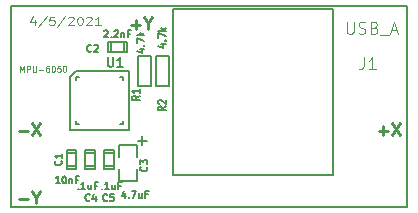
<source format=gto>
G04 #@! TF.GenerationSoftware,KiCad,Pcbnew,5.1.9-73d0e3b20d~88~ubuntu18.04.1*
G04 #@! TF.CreationDate,2021-04-05T21:15:54-07:00*
G04 #@! TF.ProjectId,accelgyro_mpu6050_d2r3,61636365-6c67-4797-926f-5f6d70753630,rev?*
G04 #@! TF.SameCoordinates,Original*
G04 #@! TF.FileFunction,Legend,Top*
G04 #@! TF.FilePolarity,Positive*
%FSLAX46Y46*%
G04 Gerber Fmt 4.6, Leading zero omitted, Abs format (unit mm)*
G04 Created by KiCad (PCBNEW 5.1.9-73d0e3b20d~88~ubuntu18.04.1) date 2021-04-05 21:15:54*
%MOMM*%
%LPD*%
G01*
G04 APERTURE LIST*
%ADD10C,0.250000*%
%ADD11C,0.200000*%
%ADD12C,0.125000*%
%ADD13C,0.127000*%
%ADD14C,0.149860*%
%ADD15C,0.200660*%
%ADD16C,0.150000*%
%ADD17C,0.099060*%
G04 APERTURE END LIST*
D10*
X145690476Y-93571428D02*
X146452380Y-93571428D01*
X146071428Y-93952380D02*
X146071428Y-93190476D01*
X147119047Y-93476190D02*
X147119047Y-93952380D01*
X146785714Y-92952380D02*
X147119047Y-93476190D01*
X147452380Y-92952380D01*
D11*
X169000000Y-92000000D02*
X135500000Y-92000000D01*
X169000000Y-109000000D02*
X169000000Y-92000000D01*
X135500000Y-109000000D02*
X169000000Y-109000000D01*
X135500000Y-92000000D02*
X135500000Y-109000000D01*
D12*
X137509523Y-93150000D02*
X137509523Y-93616666D01*
X137319047Y-92883333D02*
X137128571Y-93383333D01*
X137623809Y-93383333D01*
X138500000Y-92883333D02*
X137814285Y-93783333D01*
X139147619Y-92916666D02*
X138766666Y-92916666D01*
X138728571Y-93250000D01*
X138766666Y-93216666D01*
X138842857Y-93183333D01*
X139033333Y-93183333D01*
X139109523Y-93216666D01*
X139147619Y-93250000D01*
X139185714Y-93316666D01*
X139185714Y-93483333D01*
X139147619Y-93550000D01*
X139109523Y-93583333D01*
X139033333Y-93616666D01*
X138842857Y-93616666D01*
X138766666Y-93583333D01*
X138728571Y-93550000D01*
X140100000Y-92883333D02*
X139414285Y-93783333D01*
X140328571Y-92983333D02*
X140366666Y-92950000D01*
X140442857Y-92916666D01*
X140633333Y-92916666D01*
X140709523Y-92950000D01*
X140747619Y-92983333D01*
X140785714Y-93050000D01*
X140785714Y-93116666D01*
X140747619Y-93216666D01*
X140290476Y-93616666D01*
X140785714Y-93616666D01*
X141280952Y-92916666D02*
X141357142Y-92916666D01*
X141433333Y-92950000D01*
X141471428Y-92983333D01*
X141509523Y-93050000D01*
X141547619Y-93183333D01*
X141547619Y-93350000D01*
X141509523Y-93483333D01*
X141471428Y-93550000D01*
X141433333Y-93583333D01*
X141357142Y-93616666D01*
X141280952Y-93616666D01*
X141204761Y-93583333D01*
X141166666Y-93550000D01*
X141128571Y-93483333D01*
X141090476Y-93350000D01*
X141090476Y-93183333D01*
X141128571Y-93050000D01*
X141166666Y-92983333D01*
X141204761Y-92950000D01*
X141280952Y-92916666D01*
X141852380Y-92983333D02*
X141890476Y-92950000D01*
X141966666Y-92916666D01*
X142157142Y-92916666D01*
X142233333Y-92950000D01*
X142271428Y-92983333D01*
X142309523Y-93050000D01*
X142309523Y-93116666D01*
X142271428Y-93216666D01*
X141814285Y-93616666D01*
X142309523Y-93616666D01*
X143071428Y-93616666D02*
X142614285Y-93616666D01*
X142842857Y-93616666D02*
X142842857Y-92916666D01*
X142766666Y-93016666D01*
X142690476Y-93083333D01*
X142614285Y-93116666D01*
D10*
X136142857Y-102571428D02*
X136904761Y-102571428D01*
X137285714Y-101952380D02*
X137952380Y-102952380D01*
X137952380Y-101952380D02*
X137285714Y-102952380D01*
X166642857Y-102571428D02*
X167404761Y-102571428D01*
X167023809Y-102952380D02*
X167023809Y-102190476D01*
X167785714Y-101952380D02*
X168452380Y-102952380D01*
X168452380Y-101952380D02*
X167785714Y-102952380D01*
X136190476Y-108321428D02*
X136952380Y-108321428D01*
X137619047Y-108226190D02*
X137619047Y-108702380D01*
X137285714Y-107702380D02*
X137619047Y-108226190D01*
X137952380Y-107702380D01*
D13*
X140193600Y-105558800D02*
X141006400Y-105558800D01*
X140981000Y-104441200D02*
X140193600Y-104441200D01*
X141006400Y-104187200D02*
X141006400Y-105812800D01*
X141006400Y-105812800D02*
X140193600Y-105812800D01*
X140193600Y-105812800D02*
X140193600Y-104187200D01*
X140193600Y-104187200D02*
X141006400Y-104187200D01*
X145058800Y-95906400D02*
X145058800Y-95093600D01*
X143941200Y-95119000D02*
X143941200Y-95906400D01*
X143687200Y-95093600D02*
X145312800Y-95093600D01*
X145312800Y-95093600D02*
X145312800Y-95906400D01*
X145312800Y-95906400D02*
X143687200Y-95906400D01*
X143687200Y-95906400D02*
X143687200Y-95093600D01*
X141793600Y-105558800D02*
X142606400Y-105558800D01*
X142581000Y-104441200D02*
X141793600Y-104441200D01*
X142606400Y-104187200D02*
X142606400Y-105812800D01*
X142606400Y-105812800D02*
X141793600Y-105812800D01*
X141793600Y-105812800D02*
X141793600Y-104187200D01*
X141793600Y-104187200D02*
X142606400Y-104187200D01*
X143393600Y-105558800D02*
X144206400Y-105558800D01*
X144181000Y-104441200D02*
X143393600Y-104441200D01*
X144206400Y-104187200D02*
X144206400Y-105812800D01*
X144206400Y-105812800D02*
X143393600Y-105812800D01*
X143393600Y-105812800D02*
X143393600Y-104187200D01*
X143393600Y-104187200D02*
X144206400Y-104187200D01*
D14*
X141008640Y-97510800D02*
X145489200Y-97510800D01*
X140510800Y-98008640D02*
X140510800Y-102489200D01*
X140510800Y-98008640D02*
X141008640Y-97510800D01*
D15*
X141008640Y-98257560D02*
X141008640Y-98008640D01*
X141008640Y-98008640D02*
X141257560Y-98008640D01*
X141257560Y-101991360D02*
X141008640Y-101991360D01*
X141008640Y-101991360D02*
X141008640Y-101742440D01*
X144991360Y-101742440D02*
X144991360Y-101991360D01*
X144991360Y-101991360D02*
X144742440Y-101991360D01*
X144742440Y-98008640D02*
X144991360Y-98008640D01*
X144991360Y-98008640D02*
X144991360Y-98257560D01*
D14*
X145489200Y-102489200D02*
X140510800Y-102489200D01*
X145489200Y-97510800D02*
X145489200Y-102489200D01*
D13*
X144638000Y-104792000D02*
X144638000Y-103776000D01*
X144638000Y-103776000D02*
X146162000Y-103776000D01*
X146162000Y-103776000D02*
X146162000Y-104792000D01*
X146162000Y-105808000D02*
X146162000Y-106824000D01*
X146162000Y-106824000D02*
X144638000Y-106824000D01*
X144638000Y-106824000D02*
X144638000Y-105808000D01*
X146242000Y-98806000D02*
X147382000Y-98806000D01*
X146242000Y-96266000D02*
X147382000Y-96266000D01*
X146242000Y-98786000D02*
X146242000Y-96286000D01*
X147382000Y-96286000D02*
X147382000Y-98786000D01*
X148906000Y-96286000D02*
X148906000Y-98786000D01*
X147766000Y-98786000D02*
X147766000Y-96286000D01*
X147766000Y-96266000D02*
X148906000Y-96266000D01*
X147766000Y-98806000D02*
X148906000Y-98806000D01*
X162775000Y-106330000D02*
X162775000Y-92270000D01*
X149225000Y-92270000D02*
X162775000Y-92270000D01*
X149225000Y-106330000D02*
X149225000Y-92270000D01*
X162775000Y-106330000D02*
X149225000Y-106330000D01*
D16*
X139714285Y-105100000D02*
X139742857Y-105128571D01*
X139771428Y-105214285D01*
X139771428Y-105271428D01*
X139742857Y-105357142D01*
X139685714Y-105414285D01*
X139628571Y-105442857D01*
X139514285Y-105471428D01*
X139428571Y-105471428D01*
X139314285Y-105442857D01*
X139257142Y-105414285D01*
X139200000Y-105357142D01*
X139171428Y-105271428D01*
X139171428Y-105214285D01*
X139200000Y-105128571D01*
X139228571Y-105100000D01*
X139771428Y-104528571D02*
X139771428Y-104871428D01*
X139771428Y-104700000D02*
X139171428Y-104700000D01*
X139257142Y-104757142D01*
X139314285Y-104814285D01*
X139342857Y-104871428D01*
X139607142Y-107021428D02*
X139264285Y-107021428D01*
X139435714Y-107021428D02*
X139435714Y-106421428D01*
X139378571Y-106507142D01*
X139321428Y-106564285D01*
X139264285Y-106592857D01*
X139978571Y-106421428D02*
X140035714Y-106421428D01*
X140092857Y-106450000D01*
X140121428Y-106478571D01*
X140150000Y-106535714D01*
X140178571Y-106650000D01*
X140178571Y-106792857D01*
X140150000Y-106907142D01*
X140121428Y-106964285D01*
X140092857Y-106992857D01*
X140035714Y-107021428D01*
X139978571Y-107021428D01*
X139921428Y-106992857D01*
X139892857Y-106964285D01*
X139864285Y-106907142D01*
X139835714Y-106792857D01*
X139835714Y-106650000D01*
X139864285Y-106535714D01*
X139892857Y-106478571D01*
X139921428Y-106450000D01*
X139978571Y-106421428D01*
X140435714Y-106621428D02*
X140435714Y-107021428D01*
X140435714Y-106678571D02*
X140464285Y-106650000D01*
X140521428Y-106621428D01*
X140607142Y-106621428D01*
X140664285Y-106650000D01*
X140692857Y-106707142D01*
X140692857Y-107021428D01*
X141178571Y-106707142D02*
X140978571Y-106707142D01*
X140978571Y-107021428D02*
X140978571Y-106421428D01*
X141264285Y-106421428D01*
X142300000Y-95814285D02*
X142271428Y-95842857D01*
X142185714Y-95871428D01*
X142128571Y-95871428D01*
X142042857Y-95842857D01*
X141985714Y-95785714D01*
X141957142Y-95728571D01*
X141928571Y-95614285D01*
X141928571Y-95528571D01*
X141957142Y-95414285D01*
X141985714Y-95357142D01*
X142042857Y-95300000D01*
X142128571Y-95271428D01*
X142185714Y-95271428D01*
X142271428Y-95300000D01*
X142300000Y-95328571D01*
X142528571Y-95328571D02*
X142557142Y-95300000D01*
X142614285Y-95271428D01*
X142757142Y-95271428D01*
X142814285Y-95300000D01*
X142842857Y-95328571D01*
X142871428Y-95385714D01*
X142871428Y-95442857D01*
X142842857Y-95528571D01*
X142500000Y-95871428D01*
X142871428Y-95871428D01*
X143371428Y-94128571D02*
X143400000Y-94100000D01*
X143457142Y-94071428D01*
X143600000Y-94071428D01*
X143657142Y-94100000D01*
X143685714Y-94128571D01*
X143714285Y-94185714D01*
X143714285Y-94242857D01*
X143685714Y-94328571D01*
X143342857Y-94671428D01*
X143714285Y-94671428D01*
X143971428Y-94614285D02*
X144000000Y-94642857D01*
X143971428Y-94671428D01*
X143942857Y-94642857D01*
X143971428Y-94614285D01*
X143971428Y-94671428D01*
X144228571Y-94128571D02*
X144257142Y-94100000D01*
X144314285Y-94071428D01*
X144457142Y-94071428D01*
X144514285Y-94100000D01*
X144542857Y-94128571D01*
X144571428Y-94185714D01*
X144571428Y-94242857D01*
X144542857Y-94328571D01*
X144200000Y-94671428D01*
X144571428Y-94671428D01*
X144828571Y-94271428D02*
X144828571Y-94671428D01*
X144828571Y-94328571D02*
X144857142Y-94300000D01*
X144914285Y-94271428D01*
X145000000Y-94271428D01*
X145057142Y-94300000D01*
X145085714Y-94357142D01*
X145085714Y-94671428D01*
X145571428Y-94357142D02*
X145371428Y-94357142D01*
X145371428Y-94671428D02*
X145371428Y-94071428D01*
X145657142Y-94071428D01*
X142150000Y-108464285D02*
X142121428Y-108492857D01*
X142035714Y-108521428D01*
X141978571Y-108521428D01*
X141892857Y-108492857D01*
X141835714Y-108435714D01*
X141807142Y-108378571D01*
X141778571Y-108264285D01*
X141778571Y-108178571D01*
X141807142Y-108064285D01*
X141835714Y-108007142D01*
X141892857Y-107950000D01*
X141978571Y-107921428D01*
X142035714Y-107921428D01*
X142121428Y-107950000D01*
X142150000Y-107978571D01*
X142664285Y-108121428D02*
X142664285Y-108521428D01*
X142521428Y-107892857D02*
X142378571Y-108321428D01*
X142750000Y-108321428D01*
X141185714Y-107464285D02*
X141214285Y-107492857D01*
X141185714Y-107521428D01*
X141157142Y-107492857D01*
X141185714Y-107464285D01*
X141185714Y-107521428D01*
X141785714Y-107521428D02*
X141442857Y-107521428D01*
X141614285Y-107521428D02*
X141614285Y-106921428D01*
X141557142Y-107007142D01*
X141500000Y-107064285D01*
X141442857Y-107092857D01*
X142300000Y-107121428D02*
X142300000Y-107521428D01*
X142042857Y-107121428D02*
X142042857Y-107435714D01*
X142071428Y-107492857D01*
X142128571Y-107521428D01*
X142214285Y-107521428D01*
X142271428Y-107492857D01*
X142300000Y-107464285D01*
X142785714Y-107207142D02*
X142585714Y-107207142D01*
X142585714Y-107521428D02*
X142585714Y-106921428D01*
X142871428Y-106921428D01*
X143650000Y-108464285D02*
X143621428Y-108492857D01*
X143535714Y-108521428D01*
X143478571Y-108521428D01*
X143392857Y-108492857D01*
X143335714Y-108435714D01*
X143307142Y-108378571D01*
X143278571Y-108264285D01*
X143278571Y-108178571D01*
X143307142Y-108064285D01*
X143335714Y-108007142D01*
X143392857Y-107950000D01*
X143478571Y-107921428D01*
X143535714Y-107921428D01*
X143621428Y-107950000D01*
X143650000Y-107978571D01*
X144192857Y-107921428D02*
X143907142Y-107921428D01*
X143878571Y-108207142D01*
X143907142Y-108178571D01*
X143964285Y-108150000D01*
X144107142Y-108150000D01*
X144164285Y-108178571D01*
X144192857Y-108207142D01*
X144221428Y-108264285D01*
X144221428Y-108407142D01*
X144192857Y-108464285D01*
X144164285Y-108492857D01*
X144107142Y-108521428D01*
X143964285Y-108521428D01*
X143907142Y-108492857D01*
X143878571Y-108464285D01*
X143185714Y-107464285D02*
X143214285Y-107492857D01*
X143185714Y-107521428D01*
X143157142Y-107492857D01*
X143185714Y-107464285D01*
X143185714Y-107521428D01*
X143785714Y-107521428D02*
X143442857Y-107521428D01*
X143614285Y-107521428D02*
X143614285Y-106921428D01*
X143557142Y-107007142D01*
X143500000Y-107064285D01*
X143442857Y-107092857D01*
X144300000Y-107121428D02*
X144300000Y-107521428D01*
X144042857Y-107121428D02*
X144042857Y-107435714D01*
X144071428Y-107492857D01*
X144128571Y-107521428D01*
X144214285Y-107521428D01*
X144271428Y-107492857D01*
X144300000Y-107464285D01*
X144785714Y-107207142D02*
X144585714Y-107207142D01*
X144585714Y-107521428D02*
X144585714Y-106921428D01*
X144871428Y-106921428D01*
D11*
X143690476Y-96361904D02*
X143690476Y-97009523D01*
X143728571Y-97085714D01*
X143766666Y-97123809D01*
X143842857Y-97161904D01*
X143995238Y-97161904D01*
X144071428Y-97123809D01*
X144109523Y-97085714D01*
X144147619Y-97009523D01*
X144147619Y-96361904D01*
X144947619Y-97161904D02*
X144490476Y-97161904D01*
X144719047Y-97161904D02*
X144719047Y-96361904D01*
X144642857Y-96476190D01*
X144566666Y-96552380D01*
X144490476Y-96590476D01*
D12*
X136259523Y-97576190D02*
X136259523Y-97076190D01*
X136426190Y-97433333D01*
X136592857Y-97076190D01*
X136592857Y-97576190D01*
X136830952Y-97576190D02*
X136830952Y-97076190D01*
X137021428Y-97076190D01*
X137069047Y-97100000D01*
X137092857Y-97123809D01*
X137116666Y-97171428D01*
X137116666Y-97242857D01*
X137092857Y-97290476D01*
X137069047Y-97314285D01*
X137021428Y-97338095D01*
X136830952Y-97338095D01*
X137330952Y-97076190D02*
X137330952Y-97480952D01*
X137354761Y-97528571D01*
X137378571Y-97552380D01*
X137426190Y-97576190D01*
X137521428Y-97576190D01*
X137569047Y-97552380D01*
X137592857Y-97528571D01*
X137616666Y-97480952D01*
X137616666Y-97076190D01*
X137854761Y-97385714D02*
X138235714Y-97385714D01*
X138688095Y-97076190D02*
X138592857Y-97076190D01*
X138545238Y-97100000D01*
X138521428Y-97123809D01*
X138473809Y-97195238D01*
X138450000Y-97290476D01*
X138450000Y-97480952D01*
X138473809Y-97528571D01*
X138497619Y-97552380D01*
X138545238Y-97576190D01*
X138640476Y-97576190D01*
X138688095Y-97552380D01*
X138711904Y-97528571D01*
X138735714Y-97480952D01*
X138735714Y-97361904D01*
X138711904Y-97314285D01*
X138688095Y-97290476D01*
X138640476Y-97266666D01*
X138545238Y-97266666D01*
X138497619Y-97290476D01*
X138473809Y-97314285D01*
X138450000Y-97361904D01*
X139045238Y-97076190D02*
X139092857Y-97076190D01*
X139140476Y-97100000D01*
X139164285Y-97123809D01*
X139188095Y-97171428D01*
X139211904Y-97266666D01*
X139211904Y-97385714D01*
X139188095Y-97480952D01*
X139164285Y-97528571D01*
X139140476Y-97552380D01*
X139092857Y-97576190D01*
X139045238Y-97576190D01*
X138997619Y-97552380D01*
X138973809Y-97528571D01*
X138950000Y-97480952D01*
X138926190Y-97385714D01*
X138926190Y-97266666D01*
X138950000Y-97171428D01*
X138973809Y-97123809D01*
X138997619Y-97100000D01*
X139045238Y-97076190D01*
X139664285Y-97076190D02*
X139426190Y-97076190D01*
X139402380Y-97314285D01*
X139426190Y-97290476D01*
X139473809Y-97266666D01*
X139592857Y-97266666D01*
X139640476Y-97290476D01*
X139664285Y-97314285D01*
X139688095Y-97361904D01*
X139688095Y-97480952D01*
X139664285Y-97528571D01*
X139640476Y-97552380D01*
X139592857Y-97576190D01*
X139473809Y-97576190D01*
X139426190Y-97552380D01*
X139402380Y-97528571D01*
X139997619Y-97076190D02*
X140045238Y-97076190D01*
X140092857Y-97100000D01*
X140116666Y-97123809D01*
X140140476Y-97171428D01*
X140164285Y-97266666D01*
X140164285Y-97385714D01*
X140140476Y-97480952D01*
X140116666Y-97528571D01*
X140092857Y-97552380D01*
X140045238Y-97576190D01*
X139997619Y-97576190D01*
X139950000Y-97552380D01*
X139926190Y-97528571D01*
X139902380Y-97480952D01*
X139878571Y-97385714D01*
X139878571Y-97266666D01*
X139902380Y-97171428D01*
X139926190Y-97123809D01*
X139950000Y-97100000D01*
X139997619Y-97076190D01*
D16*
X146964285Y-105600000D02*
X146992857Y-105628571D01*
X147021428Y-105714285D01*
X147021428Y-105771428D01*
X146992857Y-105857142D01*
X146935714Y-105914285D01*
X146878571Y-105942857D01*
X146764285Y-105971428D01*
X146678571Y-105971428D01*
X146564285Y-105942857D01*
X146507142Y-105914285D01*
X146450000Y-105857142D01*
X146421428Y-105771428D01*
X146421428Y-105714285D01*
X146450000Y-105628571D01*
X146478571Y-105600000D01*
X146421428Y-105400000D02*
X146421428Y-105028571D01*
X146650000Y-105228571D01*
X146650000Y-105142857D01*
X146678571Y-105085714D01*
X146707142Y-105057142D01*
X146764285Y-105028571D01*
X146907142Y-105028571D01*
X146964285Y-105057142D01*
X146992857Y-105085714D01*
X147021428Y-105142857D01*
X147021428Y-105314285D01*
X146992857Y-105371428D01*
X146964285Y-105400000D01*
X145157142Y-107871428D02*
X145157142Y-108271428D01*
X145014285Y-107642857D02*
X144871428Y-108071428D01*
X145242857Y-108071428D01*
X145471428Y-108214285D02*
X145500000Y-108242857D01*
X145471428Y-108271428D01*
X145442857Y-108242857D01*
X145471428Y-108214285D01*
X145471428Y-108271428D01*
X145700000Y-107671428D02*
X146100000Y-107671428D01*
X145842857Y-108271428D01*
X146585714Y-107871428D02*
X146585714Y-108271428D01*
X146328571Y-107871428D02*
X146328571Y-108185714D01*
X146357142Y-108242857D01*
X146414285Y-108271428D01*
X146500000Y-108271428D01*
X146557142Y-108242857D01*
X146585714Y-108214285D01*
X147071428Y-107957142D02*
X146871428Y-107957142D01*
X146871428Y-108271428D02*
X146871428Y-107671428D01*
X147157142Y-107671428D01*
X146621428Y-103780952D02*
X146621428Y-103019047D01*
X147002380Y-103400000D02*
X146240476Y-103400000D01*
X146371428Y-99600000D02*
X146085714Y-99800000D01*
X146371428Y-99942857D02*
X145771428Y-99942857D01*
X145771428Y-99714285D01*
X145800000Y-99657142D01*
X145828571Y-99628571D01*
X145885714Y-99600000D01*
X145971428Y-99600000D01*
X146028571Y-99628571D01*
X146057142Y-99657142D01*
X146085714Y-99714285D01*
X146085714Y-99942857D01*
X146371428Y-99028571D02*
X146371428Y-99371428D01*
X146371428Y-99200000D02*
X145771428Y-99200000D01*
X145857142Y-99257142D01*
X145914285Y-99314285D01*
X145942857Y-99371428D01*
X146371428Y-95657142D02*
X146771428Y-95657142D01*
X146142857Y-95800000D02*
X146571428Y-95942857D01*
X146571428Y-95571428D01*
X146714285Y-95342857D02*
X146742857Y-95314285D01*
X146771428Y-95342857D01*
X146742857Y-95371428D01*
X146714285Y-95342857D01*
X146771428Y-95342857D01*
X146171428Y-95114285D02*
X146171428Y-94714285D01*
X146771428Y-94971428D01*
X146771428Y-94485714D02*
X146171428Y-94485714D01*
X146542857Y-94428571D02*
X146771428Y-94257142D01*
X146371428Y-94257142D02*
X146600000Y-94485714D01*
X148571428Y-100500000D02*
X148285714Y-100700000D01*
X148571428Y-100842857D02*
X147971428Y-100842857D01*
X147971428Y-100614285D01*
X148000000Y-100557142D01*
X148028571Y-100528571D01*
X148085714Y-100500000D01*
X148171428Y-100500000D01*
X148228571Y-100528571D01*
X148257142Y-100557142D01*
X148285714Y-100614285D01*
X148285714Y-100842857D01*
X148028571Y-100271428D02*
X148000000Y-100242857D01*
X147971428Y-100185714D01*
X147971428Y-100042857D01*
X148000000Y-99985714D01*
X148028571Y-99957142D01*
X148085714Y-99928571D01*
X148142857Y-99928571D01*
X148228571Y-99957142D01*
X148571428Y-100300000D01*
X148571428Y-99928571D01*
X148171428Y-95257142D02*
X148571428Y-95257142D01*
X147942857Y-95400000D02*
X148371428Y-95542857D01*
X148371428Y-95171428D01*
X148514285Y-94942857D02*
X148542857Y-94914285D01*
X148571428Y-94942857D01*
X148542857Y-94971428D01*
X148514285Y-94942857D01*
X148571428Y-94942857D01*
X147971428Y-94714285D02*
X147971428Y-94314285D01*
X148571428Y-94571428D01*
X148571428Y-94085714D02*
X147971428Y-94085714D01*
X148342857Y-94028571D02*
X148571428Y-93857142D01*
X148171428Y-93857142D02*
X148400000Y-94085714D01*
D17*
X165366413Y-96351964D02*
X165366413Y-97066793D01*
X165318758Y-97209759D01*
X165223447Y-97305069D01*
X165080481Y-97352724D01*
X164985171Y-97352724D01*
X166367173Y-97352724D02*
X165795310Y-97352724D01*
X166081241Y-97352724D02*
X166081241Y-96351964D01*
X165985931Y-96494930D01*
X165890620Y-96590240D01*
X165795310Y-96637896D01*
X163926997Y-93351964D02*
X163926997Y-94162103D01*
X163974652Y-94257414D01*
X164022307Y-94305069D01*
X164117618Y-94352724D01*
X164308239Y-94352724D01*
X164403549Y-94305069D01*
X164451204Y-94257414D01*
X164498860Y-94162103D01*
X164498860Y-93351964D01*
X164927757Y-94305069D02*
X165070722Y-94352724D01*
X165308999Y-94352724D01*
X165404309Y-94305069D01*
X165451964Y-94257414D01*
X165499620Y-94162103D01*
X165499620Y-94066793D01*
X165451964Y-93971482D01*
X165404309Y-93923827D01*
X165308999Y-93876172D01*
X165118378Y-93828517D01*
X165023067Y-93780861D01*
X164975412Y-93733206D01*
X164927757Y-93637896D01*
X164927757Y-93542585D01*
X164975412Y-93447275D01*
X165023067Y-93399620D01*
X165118378Y-93351964D01*
X165356654Y-93351964D01*
X165499620Y-93399620D01*
X166262103Y-93828517D02*
X166405069Y-93876172D01*
X166452724Y-93923827D01*
X166500380Y-94019138D01*
X166500380Y-94162103D01*
X166452724Y-94257414D01*
X166405069Y-94305069D01*
X166309759Y-94352724D01*
X165928517Y-94352724D01*
X165928517Y-93351964D01*
X166262103Y-93351964D01*
X166357414Y-93399620D01*
X166405069Y-93447275D01*
X166452724Y-93542585D01*
X166452724Y-93637896D01*
X166405069Y-93733206D01*
X166357414Y-93780861D01*
X166262103Y-93828517D01*
X165928517Y-93828517D01*
X166691000Y-94448035D02*
X167453484Y-94448035D01*
X167644105Y-94066793D02*
X168120658Y-94066793D01*
X167548795Y-94352724D02*
X167882381Y-93351964D01*
X168215968Y-94352724D01*
M02*

</source>
